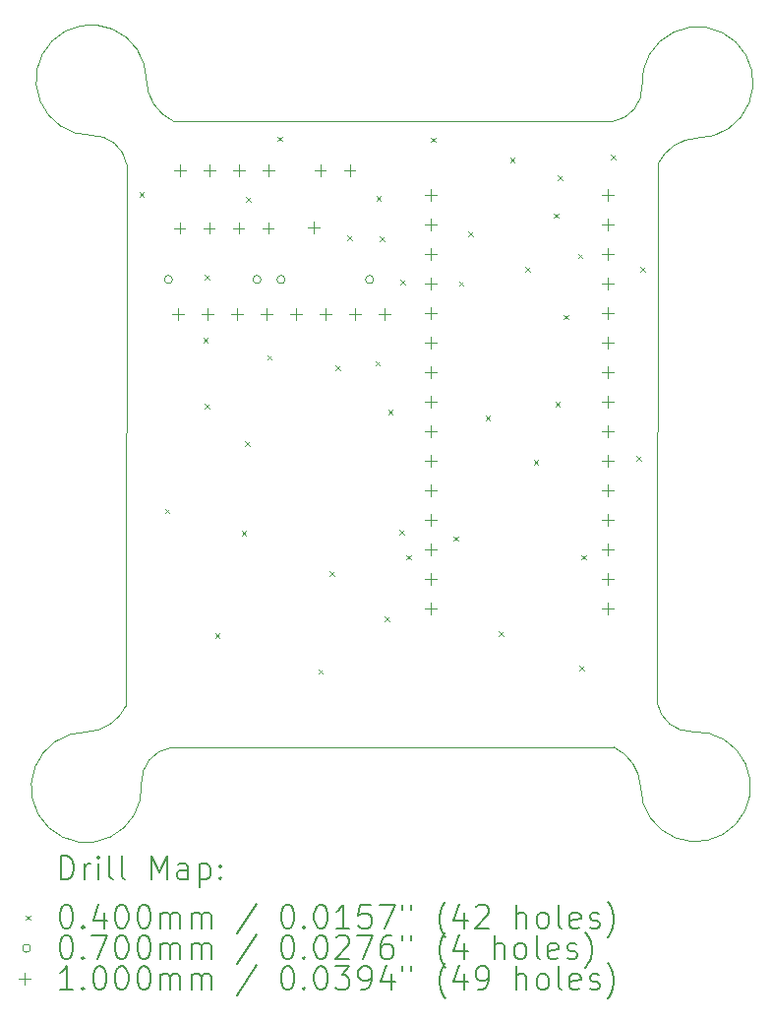
<source format=gbr>
%TF.GenerationSoftware,KiCad,Pcbnew,7.0.7*%
%TF.CreationDate,2023-10-16T17:54:21+02:00*%
%TF.ProjectId,arduino-nano-drone,61726475-696e-46f2-9d6e-616e6f2d6472,0*%
%TF.SameCoordinates,Original*%
%TF.FileFunction,Drillmap*%
%TF.FilePolarity,Positive*%
%FSLAX45Y45*%
G04 Gerber Fmt 4.5, Leading zero omitted, Abs format (unit mm)*
G04 Created by KiCad (PCBNEW 7.0.7) date 2023-10-16 17:54:21*
%MOMM*%
%LPD*%
G01*
G04 APERTURE LIST*
%ADD10C,0.100000*%
%ADD11C,0.200000*%
%ADD12C,0.040000*%
%ADD13C,0.070000*%
G04 APERTURE END LIST*
D10*
X9430531Y-4189910D02*
G75*
G03*
X9125000Y-3940421I-295531J-50090D01*
G01*
X9600421Y-3465000D02*
G75*
G03*
X9125000Y-3940421I-475421J0D01*
G01*
X9829324Y-3816432D02*
X13617917Y-3820944D01*
X9805955Y-9206729D02*
X13625490Y-9202228D01*
X9600421Y-3465000D02*
G75*
G03*
X9829324Y-3816432I399579J10000D01*
G01*
X9425676Y-8844798D02*
X9430531Y-4189910D01*
X14345000Y-3963561D02*
G75*
G03*
X13867406Y-3515413I0J478561D01*
G01*
X13855345Y-9541188D02*
G75*
G03*
X13625490Y-9202228I-401725J-25002D01*
G01*
X9083620Y-9070769D02*
G75*
G03*
X9425676Y-8844798I-15000J394579D01*
G01*
X13997675Y-8819105D02*
G75*
G03*
X14303207Y-9068594I295535J50095D01*
G01*
X13617916Y-3820938D02*
G75*
G03*
X13867406Y-3515413I-50086J295528D01*
G01*
X9805956Y-9206731D02*
G75*
G03*
X9557712Y-9510663I49834J-294049D01*
G01*
X14345000Y-3963562D02*
G75*
G03*
X14002031Y-4190959I16430J-397118D01*
G01*
X13855343Y-9541188D02*
G75*
G03*
X14303207Y-9068594I473277J0D01*
G01*
X13997676Y-8819105D02*
X14002031Y-4190959D01*
X9083620Y-9070769D02*
G75*
G03*
X9557712Y-9510663I0J-475421D01*
G01*
D11*
D12*
X9540000Y-4430000D02*
X9580000Y-4470000D01*
X9580000Y-4430000D02*
X9540000Y-4470000D01*
X9760000Y-7150000D02*
X9800000Y-7190000D01*
X9800000Y-7150000D02*
X9760000Y-7190000D01*
X10090000Y-5680000D02*
X10130000Y-5720000D01*
X10130000Y-5680000D02*
X10090000Y-5720000D01*
X10100000Y-5140000D02*
X10140000Y-5180000D01*
X10140000Y-5140000D02*
X10100000Y-5180000D01*
X10100000Y-6250000D02*
X10140000Y-6290000D01*
X10140000Y-6250000D02*
X10100000Y-6290000D01*
X10190000Y-8220000D02*
X10230000Y-8260000D01*
X10230000Y-8220000D02*
X10190000Y-8260000D01*
X10420000Y-7340000D02*
X10460000Y-7380000D01*
X10460000Y-7340000D02*
X10420000Y-7380000D01*
X10450000Y-6570000D02*
X10490000Y-6610000D01*
X10490000Y-6570000D02*
X10450000Y-6610000D01*
X10460000Y-4470000D02*
X10500000Y-4510000D01*
X10500000Y-4470000D02*
X10460000Y-4510000D01*
X10640000Y-5830000D02*
X10680000Y-5870000D01*
X10680000Y-5830000D02*
X10640000Y-5870000D01*
X10730000Y-3950000D02*
X10770000Y-3990000D01*
X10770000Y-3950000D02*
X10730000Y-3990000D01*
X11080000Y-8530000D02*
X11120000Y-8570000D01*
X11120000Y-8530000D02*
X11080000Y-8570000D01*
X11180000Y-7690000D02*
X11220000Y-7730000D01*
X11220000Y-7690000D02*
X11180000Y-7730000D01*
X11230000Y-5920000D02*
X11270000Y-5960000D01*
X11270000Y-5920000D02*
X11230000Y-5960000D01*
X11330000Y-4800000D02*
X11370000Y-4840000D01*
X11370000Y-4800000D02*
X11330000Y-4840000D01*
X11570000Y-5880000D02*
X11610000Y-5920000D01*
X11610000Y-5880000D02*
X11570000Y-5920000D01*
X11580000Y-4460000D02*
X11620000Y-4500000D01*
X11620000Y-4460000D02*
X11580000Y-4500000D01*
X11610000Y-4810000D02*
X11650000Y-4850000D01*
X11650000Y-4810000D02*
X11610000Y-4850000D01*
X11650000Y-8080000D02*
X11690000Y-8120000D01*
X11690000Y-8080000D02*
X11650000Y-8120000D01*
X11680000Y-6300000D02*
X11720000Y-6340000D01*
X11720000Y-6300000D02*
X11680000Y-6340000D01*
X11780000Y-7330000D02*
X11820000Y-7370000D01*
X11820000Y-7330000D02*
X11780000Y-7370000D01*
X11790000Y-5180000D02*
X11830000Y-5220000D01*
X11830000Y-5180000D02*
X11790000Y-5220000D01*
X11840000Y-7550000D02*
X11880000Y-7590000D01*
X11880000Y-7550000D02*
X11840000Y-7590000D01*
X12050000Y-3960000D02*
X12090000Y-4000000D01*
X12090000Y-3960000D02*
X12050000Y-4000000D01*
X12246000Y-7387000D02*
X12286000Y-7427000D01*
X12286000Y-7387000D02*
X12246000Y-7427000D01*
X12290000Y-5195450D02*
X12330000Y-5235450D01*
X12330000Y-5195450D02*
X12290000Y-5235450D01*
X12370000Y-4770000D02*
X12410000Y-4810000D01*
X12410000Y-4770000D02*
X12370000Y-4810000D01*
X12520000Y-6350000D02*
X12560000Y-6390000D01*
X12560000Y-6350000D02*
X12520000Y-6390000D01*
X12635000Y-8205000D02*
X12675000Y-8245000D01*
X12675000Y-8205000D02*
X12635000Y-8245000D01*
X12730000Y-4130000D02*
X12770000Y-4170000D01*
X12770000Y-4130000D02*
X12730000Y-4170000D01*
X12860000Y-5070000D02*
X12900000Y-5110000D01*
X12900000Y-5070000D02*
X12860000Y-5110000D01*
X12935000Y-6730000D02*
X12975000Y-6770000D01*
X12975000Y-6730000D02*
X12935000Y-6770000D01*
X13110000Y-4610000D02*
X13150000Y-4650000D01*
X13150000Y-4610000D02*
X13110000Y-4650000D01*
X13121000Y-6232000D02*
X13161000Y-6272000D01*
X13161000Y-6232000D02*
X13121000Y-6272000D01*
X13141000Y-4282000D02*
X13181000Y-4322000D01*
X13181000Y-4282000D02*
X13141000Y-4322000D01*
X13191000Y-5482000D02*
X13231000Y-5522000D01*
X13231000Y-5482000D02*
X13191000Y-5522000D01*
X13316000Y-4957000D02*
X13356000Y-4997000D01*
X13356000Y-4957000D02*
X13316000Y-4997000D01*
X13325000Y-8500000D02*
X13365000Y-8540000D01*
X13365000Y-8500000D02*
X13325000Y-8540000D01*
X13345000Y-7550000D02*
X13385000Y-7590000D01*
X13385000Y-7550000D02*
X13345000Y-7590000D01*
X13600000Y-4110000D02*
X13640000Y-4150000D01*
X13640000Y-4110000D02*
X13600000Y-4150000D01*
X13820000Y-6700000D02*
X13860000Y-6740000D01*
X13860000Y-6700000D02*
X13820000Y-6740000D01*
X13850000Y-5070000D02*
X13890000Y-5110000D01*
X13890000Y-5070000D02*
X13850000Y-5110000D01*
D13*
X9825000Y-5180000D02*
G75*
G03*
X9825000Y-5180000I-35000J0D01*
G01*
X10587000Y-5180000D02*
G75*
G03*
X10587000Y-5180000I-35000J0D01*
G01*
X10795000Y-5180000D02*
G75*
G03*
X10795000Y-5180000I-35000J0D01*
G01*
X11557000Y-5180000D02*
G75*
G03*
X11557000Y-5180000I-35000J0D01*
G01*
D10*
X9870000Y-5430000D02*
X9870000Y-5530000D01*
X9820000Y-5480000D02*
X9920000Y-5480000D01*
X9885500Y-4687000D02*
X9885500Y-4787000D01*
X9835500Y-4737000D02*
X9935500Y-4737000D01*
X9890000Y-4190000D02*
X9890000Y-4290000D01*
X9840000Y-4240000D02*
X9940000Y-4240000D01*
X10124000Y-5430000D02*
X10124000Y-5530000D01*
X10074000Y-5480000D02*
X10174000Y-5480000D01*
X10139500Y-4687000D02*
X10139500Y-4787000D01*
X10089500Y-4737000D02*
X10189500Y-4737000D01*
X10144000Y-4190000D02*
X10144000Y-4290000D01*
X10094000Y-4240000D02*
X10194000Y-4240000D01*
X10378000Y-5430000D02*
X10378000Y-5530000D01*
X10328000Y-5480000D02*
X10428000Y-5480000D01*
X10393500Y-4687000D02*
X10393500Y-4787000D01*
X10343500Y-4737000D02*
X10443500Y-4737000D01*
X10398000Y-4190000D02*
X10398000Y-4290000D01*
X10348000Y-4240000D02*
X10448000Y-4240000D01*
X10632000Y-5430000D02*
X10632000Y-5530000D01*
X10582000Y-5480000D02*
X10682000Y-5480000D01*
X10647500Y-4687000D02*
X10647500Y-4787000D01*
X10597500Y-4737000D02*
X10697500Y-4737000D01*
X10652000Y-4190000D02*
X10652000Y-4290000D01*
X10602000Y-4240000D02*
X10702000Y-4240000D01*
X10886000Y-5430000D02*
X10886000Y-5530000D01*
X10836000Y-5480000D02*
X10936000Y-5480000D01*
X11043500Y-4682000D02*
X11043500Y-4782000D01*
X10993500Y-4732000D02*
X11093500Y-4732000D01*
X11096000Y-4190000D02*
X11096000Y-4290000D01*
X11046000Y-4240000D02*
X11146000Y-4240000D01*
X11140000Y-5430000D02*
X11140000Y-5530000D01*
X11090000Y-5480000D02*
X11190000Y-5480000D01*
X11350000Y-4190000D02*
X11350000Y-4290000D01*
X11300000Y-4240000D02*
X11400000Y-4240000D01*
X11394000Y-5430000D02*
X11394000Y-5530000D01*
X11344000Y-5480000D02*
X11444000Y-5480000D01*
X11648000Y-5430000D02*
X11648000Y-5530000D01*
X11598000Y-5480000D02*
X11698000Y-5480000D01*
X12046000Y-4402000D02*
X12046000Y-4502000D01*
X11996000Y-4452000D02*
X12096000Y-4452000D01*
X12046000Y-4656000D02*
X12046000Y-4756000D01*
X11996000Y-4706000D02*
X12096000Y-4706000D01*
X12046000Y-4910000D02*
X12046000Y-5010000D01*
X11996000Y-4960000D02*
X12096000Y-4960000D01*
X12046000Y-5164000D02*
X12046000Y-5264000D01*
X11996000Y-5214000D02*
X12096000Y-5214000D01*
X12046000Y-5418000D02*
X12046000Y-5518000D01*
X11996000Y-5468000D02*
X12096000Y-5468000D01*
X12046000Y-5672000D02*
X12046000Y-5772000D01*
X11996000Y-5722000D02*
X12096000Y-5722000D01*
X12046000Y-5926000D02*
X12046000Y-6026000D01*
X11996000Y-5976000D02*
X12096000Y-5976000D01*
X12046000Y-6180000D02*
X12046000Y-6280000D01*
X11996000Y-6230000D02*
X12096000Y-6230000D01*
X12046000Y-6434000D02*
X12046000Y-6534000D01*
X11996000Y-6484000D02*
X12096000Y-6484000D01*
X12046000Y-6688000D02*
X12046000Y-6788000D01*
X11996000Y-6738000D02*
X12096000Y-6738000D01*
X12046000Y-6942000D02*
X12046000Y-7042000D01*
X11996000Y-6992000D02*
X12096000Y-6992000D01*
X12046000Y-7196000D02*
X12046000Y-7296000D01*
X11996000Y-7246000D02*
X12096000Y-7246000D01*
X12046000Y-7450000D02*
X12046000Y-7550000D01*
X11996000Y-7500000D02*
X12096000Y-7500000D01*
X12046000Y-7704000D02*
X12046000Y-7804000D01*
X11996000Y-7754000D02*
X12096000Y-7754000D01*
X12046000Y-7958000D02*
X12046000Y-8058000D01*
X11996000Y-8008000D02*
X12096000Y-8008000D01*
X13570000Y-4402000D02*
X13570000Y-4502000D01*
X13520000Y-4452000D02*
X13620000Y-4452000D01*
X13570000Y-4656000D02*
X13570000Y-4756000D01*
X13520000Y-4706000D02*
X13620000Y-4706000D01*
X13570000Y-4910000D02*
X13570000Y-5010000D01*
X13520000Y-4960000D02*
X13620000Y-4960000D01*
X13570000Y-5164000D02*
X13570000Y-5264000D01*
X13520000Y-5214000D02*
X13620000Y-5214000D01*
X13570000Y-5418000D02*
X13570000Y-5518000D01*
X13520000Y-5468000D02*
X13620000Y-5468000D01*
X13570000Y-5672000D02*
X13570000Y-5772000D01*
X13520000Y-5722000D02*
X13620000Y-5722000D01*
X13570000Y-5926000D02*
X13570000Y-6026000D01*
X13520000Y-5976000D02*
X13620000Y-5976000D01*
X13570000Y-6180000D02*
X13570000Y-6280000D01*
X13520000Y-6230000D02*
X13620000Y-6230000D01*
X13570000Y-6434000D02*
X13570000Y-6534000D01*
X13520000Y-6484000D02*
X13620000Y-6484000D01*
X13570000Y-6688000D02*
X13570000Y-6788000D01*
X13520000Y-6738000D02*
X13620000Y-6738000D01*
X13570000Y-6942000D02*
X13570000Y-7042000D01*
X13520000Y-6992000D02*
X13620000Y-6992000D01*
X13570000Y-7196000D02*
X13570000Y-7296000D01*
X13520000Y-7246000D02*
X13620000Y-7246000D01*
X13570000Y-7450000D02*
X13570000Y-7550000D01*
X13520000Y-7500000D02*
X13620000Y-7500000D01*
X13570000Y-7704000D02*
X13570000Y-7804000D01*
X13520000Y-7754000D02*
X13620000Y-7754000D01*
X13570000Y-7958000D02*
X13570000Y-8058000D01*
X13520000Y-8008000D02*
X13620000Y-8008000D01*
D11*
X8863976Y-10338095D02*
X8863976Y-10138095D01*
X8863976Y-10138095D02*
X8911595Y-10138095D01*
X8911595Y-10138095D02*
X8940166Y-10147619D01*
X8940166Y-10147619D02*
X8959214Y-10166666D01*
X8959214Y-10166666D02*
X8968738Y-10185714D01*
X8968738Y-10185714D02*
X8978261Y-10223809D01*
X8978261Y-10223809D02*
X8978261Y-10252381D01*
X8978261Y-10252381D02*
X8968738Y-10290476D01*
X8968738Y-10290476D02*
X8959214Y-10309523D01*
X8959214Y-10309523D02*
X8940166Y-10328571D01*
X8940166Y-10328571D02*
X8911595Y-10338095D01*
X8911595Y-10338095D02*
X8863976Y-10338095D01*
X9063976Y-10338095D02*
X9063976Y-10204762D01*
X9063976Y-10242857D02*
X9073500Y-10223809D01*
X9073500Y-10223809D02*
X9083023Y-10214285D01*
X9083023Y-10214285D02*
X9102071Y-10204762D01*
X9102071Y-10204762D02*
X9121119Y-10204762D01*
X9187785Y-10338095D02*
X9187785Y-10204762D01*
X9187785Y-10138095D02*
X9178261Y-10147619D01*
X9178261Y-10147619D02*
X9187785Y-10157143D01*
X9187785Y-10157143D02*
X9197309Y-10147619D01*
X9197309Y-10147619D02*
X9187785Y-10138095D01*
X9187785Y-10138095D02*
X9187785Y-10157143D01*
X9311595Y-10338095D02*
X9292547Y-10328571D01*
X9292547Y-10328571D02*
X9283023Y-10309523D01*
X9283023Y-10309523D02*
X9283023Y-10138095D01*
X9416357Y-10338095D02*
X9397309Y-10328571D01*
X9397309Y-10328571D02*
X9387785Y-10309523D01*
X9387785Y-10309523D02*
X9387785Y-10138095D01*
X9644928Y-10338095D02*
X9644928Y-10138095D01*
X9644928Y-10138095D02*
X9711595Y-10280952D01*
X9711595Y-10280952D02*
X9778261Y-10138095D01*
X9778261Y-10138095D02*
X9778261Y-10338095D01*
X9959214Y-10338095D02*
X9959214Y-10233333D01*
X9959214Y-10233333D02*
X9949690Y-10214285D01*
X9949690Y-10214285D02*
X9930642Y-10204762D01*
X9930642Y-10204762D02*
X9892547Y-10204762D01*
X9892547Y-10204762D02*
X9873500Y-10214285D01*
X9959214Y-10328571D02*
X9940166Y-10338095D01*
X9940166Y-10338095D02*
X9892547Y-10338095D01*
X9892547Y-10338095D02*
X9873500Y-10328571D01*
X9873500Y-10328571D02*
X9863976Y-10309523D01*
X9863976Y-10309523D02*
X9863976Y-10290476D01*
X9863976Y-10290476D02*
X9873500Y-10271428D01*
X9873500Y-10271428D02*
X9892547Y-10261904D01*
X9892547Y-10261904D02*
X9940166Y-10261904D01*
X9940166Y-10261904D02*
X9959214Y-10252381D01*
X10054452Y-10204762D02*
X10054452Y-10404762D01*
X10054452Y-10214285D02*
X10073500Y-10204762D01*
X10073500Y-10204762D02*
X10111595Y-10204762D01*
X10111595Y-10204762D02*
X10130642Y-10214285D01*
X10130642Y-10214285D02*
X10140166Y-10223809D01*
X10140166Y-10223809D02*
X10149690Y-10242857D01*
X10149690Y-10242857D02*
X10149690Y-10300000D01*
X10149690Y-10300000D02*
X10140166Y-10319047D01*
X10140166Y-10319047D02*
X10130642Y-10328571D01*
X10130642Y-10328571D02*
X10111595Y-10338095D01*
X10111595Y-10338095D02*
X10073500Y-10338095D01*
X10073500Y-10338095D02*
X10054452Y-10328571D01*
X10235404Y-10319047D02*
X10244928Y-10328571D01*
X10244928Y-10328571D02*
X10235404Y-10338095D01*
X10235404Y-10338095D02*
X10225881Y-10328571D01*
X10225881Y-10328571D02*
X10235404Y-10319047D01*
X10235404Y-10319047D02*
X10235404Y-10338095D01*
X10235404Y-10214285D02*
X10244928Y-10223809D01*
X10244928Y-10223809D02*
X10235404Y-10233333D01*
X10235404Y-10233333D02*
X10225881Y-10223809D01*
X10225881Y-10223809D02*
X10235404Y-10214285D01*
X10235404Y-10214285D02*
X10235404Y-10233333D01*
D12*
X8563199Y-10646611D02*
X8603199Y-10686611D01*
X8603199Y-10646611D02*
X8563199Y-10686611D01*
D11*
X8902071Y-10558095D02*
X8921119Y-10558095D01*
X8921119Y-10558095D02*
X8940166Y-10567619D01*
X8940166Y-10567619D02*
X8949690Y-10577143D01*
X8949690Y-10577143D02*
X8959214Y-10596190D01*
X8959214Y-10596190D02*
X8968738Y-10634285D01*
X8968738Y-10634285D02*
X8968738Y-10681904D01*
X8968738Y-10681904D02*
X8959214Y-10720000D01*
X8959214Y-10720000D02*
X8949690Y-10739047D01*
X8949690Y-10739047D02*
X8940166Y-10748571D01*
X8940166Y-10748571D02*
X8921119Y-10758095D01*
X8921119Y-10758095D02*
X8902071Y-10758095D01*
X8902071Y-10758095D02*
X8883023Y-10748571D01*
X8883023Y-10748571D02*
X8873500Y-10739047D01*
X8873500Y-10739047D02*
X8863976Y-10720000D01*
X8863976Y-10720000D02*
X8854452Y-10681904D01*
X8854452Y-10681904D02*
X8854452Y-10634285D01*
X8854452Y-10634285D02*
X8863976Y-10596190D01*
X8863976Y-10596190D02*
X8873500Y-10577143D01*
X8873500Y-10577143D02*
X8883023Y-10567619D01*
X8883023Y-10567619D02*
X8902071Y-10558095D01*
X9054452Y-10739047D02*
X9063976Y-10748571D01*
X9063976Y-10748571D02*
X9054452Y-10758095D01*
X9054452Y-10758095D02*
X9044928Y-10748571D01*
X9044928Y-10748571D02*
X9054452Y-10739047D01*
X9054452Y-10739047D02*
X9054452Y-10758095D01*
X9235404Y-10624762D02*
X9235404Y-10758095D01*
X9187785Y-10548571D02*
X9140166Y-10691428D01*
X9140166Y-10691428D02*
X9263976Y-10691428D01*
X9378261Y-10558095D02*
X9397309Y-10558095D01*
X9397309Y-10558095D02*
X9416357Y-10567619D01*
X9416357Y-10567619D02*
X9425881Y-10577143D01*
X9425881Y-10577143D02*
X9435404Y-10596190D01*
X9435404Y-10596190D02*
X9444928Y-10634285D01*
X9444928Y-10634285D02*
X9444928Y-10681904D01*
X9444928Y-10681904D02*
X9435404Y-10720000D01*
X9435404Y-10720000D02*
X9425881Y-10739047D01*
X9425881Y-10739047D02*
X9416357Y-10748571D01*
X9416357Y-10748571D02*
X9397309Y-10758095D01*
X9397309Y-10758095D02*
X9378261Y-10758095D01*
X9378261Y-10758095D02*
X9359214Y-10748571D01*
X9359214Y-10748571D02*
X9349690Y-10739047D01*
X9349690Y-10739047D02*
X9340166Y-10720000D01*
X9340166Y-10720000D02*
X9330642Y-10681904D01*
X9330642Y-10681904D02*
X9330642Y-10634285D01*
X9330642Y-10634285D02*
X9340166Y-10596190D01*
X9340166Y-10596190D02*
X9349690Y-10577143D01*
X9349690Y-10577143D02*
X9359214Y-10567619D01*
X9359214Y-10567619D02*
X9378261Y-10558095D01*
X9568738Y-10558095D02*
X9587785Y-10558095D01*
X9587785Y-10558095D02*
X9606833Y-10567619D01*
X9606833Y-10567619D02*
X9616357Y-10577143D01*
X9616357Y-10577143D02*
X9625881Y-10596190D01*
X9625881Y-10596190D02*
X9635404Y-10634285D01*
X9635404Y-10634285D02*
X9635404Y-10681904D01*
X9635404Y-10681904D02*
X9625881Y-10720000D01*
X9625881Y-10720000D02*
X9616357Y-10739047D01*
X9616357Y-10739047D02*
X9606833Y-10748571D01*
X9606833Y-10748571D02*
X9587785Y-10758095D01*
X9587785Y-10758095D02*
X9568738Y-10758095D01*
X9568738Y-10758095D02*
X9549690Y-10748571D01*
X9549690Y-10748571D02*
X9540166Y-10739047D01*
X9540166Y-10739047D02*
X9530642Y-10720000D01*
X9530642Y-10720000D02*
X9521119Y-10681904D01*
X9521119Y-10681904D02*
X9521119Y-10634285D01*
X9521119Y-10634285D02*
X9530642Y-10596190D01*
X9530642Y-10596190D02*
X9540166Y-10577143D01*
X9540166Y-10577143D02*
X9549690Y-10567619D01*
X9549690Y-10567619D02*
X9568738Y-10558095D01*
X9721119Y-10758095D02*
X9721119Y-10624762D01*
X9721119Y-10643809D02*
X9730642Y-10634285D01*
X9730642Y-10634285D02*
X9749690Y-10624762D01*
X9749690Y-10624762D02*
X9778262Y-10624762D01*
X9778262Y-10624762D02*
X9797309Y-10634285D01*
X9797309Y-10634285D02*
X9806833Y-10653333D01*
X9806833Y-10653333D02*
X9806833Y-10758095D01*
X9806833Y-10653333D02*
X9816357Y-10634285D01*
X9816357Y-10634285D02*
X9835404Y-10624762D01*
X9835404Y-10624762D02*
X9863976Y-10624762D01*
X9863976Y-10624762D02*
X9883023Y-10634285D01*
X9883023Y-10634285D02*
X9892547Y-10653333D01*
X9892547Y-10653333D02*
X9892547Y-10758095D01*
X9987785Y-10758095D02*
X9987785Y-10624762D01*
X9987785Y-10643809D02*
X9997309Y-10634285D01*
X9997309Y-10634285D02*
X10016357Y-10624762D01*
X10016357Y-10624762D02*
X10044928Y-10624762D01*
X10044928Y-10624762D02*
X10063976Y-10634285D01*
X10063976Y-10634285D02*
X10073500Y-10653333D01*
X10073500Y-10653333D02*
X10073500Y-10758095D01*
X10073500Y-10653333D02*
X10083023Y-10634285D01*
X10083023Y-10634285D02*
X10102071Y-10624762D01*
X10102071Y-10624762D02*
X10130642Y-10624762D01*
X10130642Y-10624762D02*
X10149690Y-10634285D01*
X10149690Y-10634285D02*
X10159214Y-10653333D01*
X10159214Y-10653333D02*
X10159214Y-10758095D01*
X10549690Y-10548571D02*
X10378262Y-10805714D01*
X10806833Y-10558095D02*
X10825881Y-10558095D01*
X10825881Y-10558095D02*
X10844928Y-10567619D01*
X10844928Y-10567619D02*
X10854452Y-10577143D01*
X10854452Y-10577143D02*
X10863976Y-10596190D01*
X10863976Y-10596190D02*
X10873500Y-10634285D01*
X10873500Y-10634285D02*
X10873500Y-10681904D01*
X10873500Y-10681904D02*
X10863976Y-10720000D01*
X10863976Y-10720000D02*
X10854452Y-10739047D01*
X10854452Y-10739047D02*
X10844928Y-10748571D01*
X10844928Y-10748571D02*
X10825881Y-10758095D01*
X10825881Y-10758095D02*
X10806833Y-10758095D01*
X10806833Y-10758095D02*
X10787785Y-10748571D01*
X10787785Y-10748571D02*
X10778262Y-10739047D01*
X10778262Y-10739047D02*
X10768738Y-10720000D01*
X10768738Y-10720000D02*
X10759214Y-10681904D01*
X10759214Y-10681904D02*
X10759214Y-10634285D01*
X10759214Y-10634285D02*
X10768738Y-10596190D01*
X10768738Y-10596190D02*
X10778262Y-10577143D01*
X10778262Y-10577143D02*
X10787785Y-10567619D01*
X10787785Y-10567619D02*
X10806833Y-10558095D01*
X10959214Y-10739047D02*
X10968738Y-10748571D01*
X10968738Y-10748571D02*
X10959214Y-10758095D01*
X10959214Y-10758095D02*
X10949690Y-10748571D01*
X10949690Y-10748571D02*
X10959214Y-10739047D01*
X10959214Y-10739047D02*
X10959214Y-10758095D01*
X11092547Y-10558095D02*
X11111595Y-10558095D01*
X11111595Y-10558095D02*
X11130643Y-10567619D01*
X11130643Y-10567619D02*
X11140166Y-10577143D01*
X11140166Y-10577143D02*
X11149690Y-10596190D01*
X11149690Y-10596190D02*
X11159214Y-10634285D01*
X11159214Y-10634285D02*
X11159214Y-10681904D01*
X11159214Y-10681904D02*
X11149690Y-10720000D01*
X11149690Y-10720000D02*
X11140166Y-10739047D01*
X11140166Y-10739047D02*
X11130643Y-10748571D01*
X11130643Y-10748571D02*
X11111595Y-10758095D01*
X11111595Y-10758095D02*
X11092547Y-10758095D01*
X11092547Y-10758095D02*
X11073500Y-10748571D01*
X11073500Y-10748571D02*
X11063976Y-10739047D01*
X11063976Y-10739047D02*
X11054452Y-10720000D01*
X11054452Y-10720000D02*
X11044928Y-10681904D01*
X11044928Y-10681904D02*
X11044928Y-10634285D01*
X11044928Y-10634285D02*
X11054452Y-10596190D01*
X11054452Y-10596190D02*
X11063976Y-10577143D01*
X11063976Y-10577143D02*
X11073500Y-10567619D01*
X11073500Y-10567619D02*
X11092547Y-10558095D01*
X11349690Y-10758095D02*
X11235404Y-10758095D01*
X11292547Y-10758095D02*
X11292547Y-10558095D01*
X11292547Y-10558095D02*
X11273500Y-10586666D01*
X11273500Y-10586666D02*
X11254452Y-10605714D01*
X11254452Y-10605714D02*
X11235404Y-10615238D01*
X11530643Y-10558095D02*
X11435404Y-10558095D01*
X11435404Y-10558095D02*
X11425881Y-10653333D01*
X11425881Y-10653333D02*
X11435404Y-10643809D01*
X11435404Y-10643809D02*
X11454452Y-10634285D01*
X11454452Y-10634285D02*
X11502071Y-10634285D01*
X11502071Y-10634285D02*
X11521119Y-10643809D01*
X11521119Y-10643809D02*
X11530643Y-10653333D01*
X11530643Y-10653333D02*
X11540166Y-10672381D01*
X11540166Y-10672381D02*
X11540166Y-10720000D01*
X11540166Y-10720000D02*
X11530643Y-10739047D01*
X11530643Y-10739047D02*
X11521119Y-10748571D01*
X11521119Y-10748571D02*
X11502071Y-10758095D01*
X11502071Y-10758095D02*
X11454452Y-10758095D01*
X11454452Y-10758095D02*
X11435404Y-10748571D01*
X11435404Y-10748571D02*
X11425881Y-10739047D01*
X11606833Y-10558095D02*
X11740166Y-10558095D01*
X11740166Y-10558095D02*
X11654452Y-10758095D01*
X11806833Y-10558095D02*
X11806833Y-10596190D01*
X11883024Y-10558095D02*
X11883024Y-10596190D01*
X12178262Y-10834285D02*
X12168738Y-10824762D01*
X12168738Y-10824762D02*
X12149690Y-10796190D01*
X12149690Y-10796190D02*
X12140166Y-10777143D01*
X12140166Y-10777143D02*
X12130643Y-10748571D01*
X12130643Y-10748571D02*
X12121119Y-10700952D01*
X12121119Y-10700952D02*
X12121119Y-10662857D01*
X12121119Y-10662857D02*
X12130643Y-10615238D01*
X12130643Y-10615238D02*
X12140166Y-10586666D01*
X12140166Y-10586666D02*
X12149690Y-10567619D01*
X12149690Y-10567619D02*
X12168738Y-10539047D01*
X12168738Y-10539047D02*
X12178262Y-10529523D01*
X12340166Y-10624762D02*
X12340166Y-10758095D01*
X12292547Y-10548571D02*
X12244928Y-10691428D01*
X12244928Y-10691428D02*
X12368738Y-10691428D01*
X12435405Y-10577143D02*
X12444928Y-10567619D01*
X12444928Y-10567619D02*
X12463976Y-10558095D01*
X12463976Y-10558095D02*
X12511595Y-10558095D01*
X12511595Y-10558095D02*
X12530643Y-10567619D01*
X12530643Y-10567619D02*
X12540166Y-10577143D01*
X12540166Y-10577143D02*
X12549690Y-10596190D01*
X12549690Y-10596190D02*
X12549690Y-10615238D01*
X12549690Y-10615238D02*
X12540166Y-10643809D01*
X12540166Y-10643809D02*
X12425881Y-10758095D01*
X12425881Y-10758095D02*
X12549690Y-10758095D01*
X12787786Y-10758095D02*
X12787786Y-10558095D01*
X12873500Y-10758095D02*
X12873500Y-10653333D01*
X12873500Y-10653333D02*
X12863976Y-10634285D01*
X12863976Y-10634285D02*
X12844928Y-10624762D01*
X12844928Y-10624762D02*
X12816357Y-10624762D01*
X12816357Y-10624762D02*
X12797309Y-10634285D01*
X12797309Y-10634285D02*
X12787786Y-10643809D01*
X12997309Y-10758095D02*
X12978262Y-10748571D01*
X12978262Y-10748571D02*
X12968738Y-10739047D01*
X12968738Y-10739047D02*
X12959214Y-10720000D01*
X12959214Y-10720000D02*
X12959214Y-10662857D01*
X12959214Y-10662857D02*
X12968738Y-10643809D01*
X12968738Y-10643809D02*
X12978262Y-10634285D01*
X12978262Y-10634285D02*
X12997309Y-10624762D01*
X12997309Y-10624762D02*
X13025881Y-10624762D01*
X13025881Y-10624762D02*
X13044928Y-10634285D01*
X13044928Y-10634285D02*
X13054452Y-10643809D01*
X13054452Y-10643809D02*
X13063976Y-10662857D01*
X13063976Y-10662857D02*
X13063976Y-10720000D01*
X13063976Y-10720000D02*
X13054452Y-10739047D01*
X13054452Y-10739047D02*
X13044928Y-10748571D01*
X13044928Y-10748571D02*
X13025881Y-10758095D01*
X13025881Y-10758095D02*
X12997309Y-10758095D01*
X13178262Y-10758095D02*
X13159214Y-10748571D01*
X13159214Y-10748571D02*
X13149690Y-10729523D01*
X13149690Y-10729523D02*
X13149690Y-10558095D01*
X13330643Y-10748571D02*
X13311595Y-10758095D01*
X13311595Y-10758095D02*
X13273500Y-10758095D01*
X13273500Y-10758095D02*
X13254452Y-10748571D01*
X13254452Y-10748571D02*
X13244928Y-10729523D01*
X13244928Y-10729523D02*
X13244928Y-10653333D01*
X13244928Y-10653333D02*
X13254452Y-10634285D01*
X13254452Y-10634285D02*
X13273500Y-10624762D01*
X13273500Y-10624762D02*
X13311595Y-10624762D01*
X13311595Y-10624762D02*
X13330643Y-10634285D01*
X13330643Y-10634285D02*
X13340167Y-10653333D01*
X13340167Y-10653333D02*
X13340167Y-10672381D01*
X13340167Y-10672381D02*
X13244928Y-10691428D01*
X13416357Y-10748571D02*
X13435405Y-10758095D01*
X13435405Y-10758095D02*
X13473500Y-10758095D01*
X13473500Y-10758095D02*
X13492548Y-10748571D01*
X13492548Y-10748571D02*
X13502071Y-10729523D01*
X13502071Y-10729523D02*
X13502071Y-10720000D01*
X13502071Y-10720000D02*
X13492548Y-10700952D01*
X13492548Y-10700952D02*
X13473500Y-10691428D01*
X13473500Y-10691428D02*
X13444928Y-10691428D01*
X13444928Y-10691428D02*
X13425881Y-10681904D01*
X13425881Y-10681904D02*
X13416357Y-10662857D01*
X13416357Y-10662857D02*
X13416357Y-10653333D01*
X13416357Y-10653333D02*
X13425881Y-10634285D01*
X13425881Y-10634285D02*
X13444928Y-10624762D01*
X13444928Y-10624762D02*
X13473500Y-10624762D01*
X13473500Y-10624762D02*
X13492548Y-10634285D01*
X13568738Y-10834285D02*
X13578262Y-10824762D01*
X13578262Y-10824762D02*
X13597309Y-10796190D01*
X13597309Y-10796190D02*
X13606833Y-10777143D01*
X13606833Y-10777143D02*
X13616357Y-10748571D01*
X13616357Y-10748571D02*
X13625881Y-10700952D01*
X13625881Y-10700952D02*
X13625881Y-10662857D01*
X13625881Y-10662857D02*
X13616357Y-10615238D01*
X13616357Y-10615238D02*
X13606833Y-10586666D01*
X13606833Y-10586666D02*
X13597309Y-10567619D01*
X13597309Y-10567619D02*
X13578262Y-10539047D01*
X13578262Y-10539047D02*
X13568738Y-10529523D01*
D13*
X8603199Y-10930611D02*
G75*
G03*
X8603199Y-10930611I-35000J0D01*
G01*
D11*
X8902071Y-10822095D02*
X8921119Y-10822095D01*
X8921119Y-10822095D02*
X8940166Y-10831619D01*
X8940166Y-10831619D02*
X8949690Y-10841143D01*
X8949690Y-10841143D02*
X8959214Y-10860190D01*
X8959214Y-10860190D02*
X8968738Y-10898285D01*
X8968738Y-10898285D02*
X8968738Y-10945904D01*
X8968738Y-10945904D02*
X8959214Y-10984000D01*
X8959214Y-10984000D02*
X8949690Y-11003047D01*
X8949690Y-11003047D02*
X8940166Y-11012571D01*
X8940166Y-11012571D02*
X8921119Y-11022095D01*
X8921119Y-11022095D02*
X8902071Y-11022095D01*
X8902071Y-11022095D02*
X8883023Y-11012571D01*
X8883023Y-11012571D02*
X8873500Y-11003047D01*
X8873500Y-11003047D02*
X8863976Y-10984000D01*
X8863976Y-10984000D02*
X8854452Y-10945904D01*
X8854452Y-10945904D02*
X8854452Y-10898285D01*
X8854452Y-10898285D02*
X8863976Y-10860190D01*
X8863976Y-10860190D02*
X8873500Y-10841143D01*
X8873500Y-10841143D02*
X8883023Y-10831619D01*
X8883023Y-10831619D02*
X8902071Y-10822095D01*
X9054452Y-11003047D02*
X9063976Y-11012571D01*
X9063976Y-11012571D02*
X9054452Y-11022095D01*
X9054452Y-11022095D02*
X9044928Y-11012571D01*
X9044928Y-11012571D02*
X9054452Y-11003047D01*
X9054452Y-11003047D02*
X9054452Y-11022095D01*
X9130642Y-10822095D02*
X9263976Y-10822095D01*
X9263976Y-10822095D02*
X9178261Y-11022095D01*
X9378261Y-10822095D02*
X9397309Y-10822095D01*
X9397309Y-10822095D02*
X9416357Y-10831619D01*
X9416357Y-10831619D02*
X9425881Y-10841143D01*
X9425881Y-10841143D02*
X9435404Y-10860190D01*
X9435404Y-10860190D02*
X9444928Y-10898285D01*
X9444928Y-10898285D02*
X9444928Y-10945904D01*
X9444928Y-10945904D02*
X9435404Y-10984000D01*
X9435404Y-10984000D02*
X9425881Y-11003047D01*
X9425881Y-11003047D02*
X9416357Y-11012571D01*
X9416357Y-11012571D02*
X9397309Y-11022095D01*
X9397309Y-11022095D02*
X9378261Y-11022095D01*
X9378261Y-11022095D02*
X9359214Y-11012571D01*
X9359214Y-11012571D02*
X9349690Y-11003047D01*
X9349690Y-11003047D02*
X9340166Y-10984000D01*
X9340166Y-10984000D02*
X9330642Y-10945904D01*
X9330642Y-10945904D02*
X9330642Y-10898285D01*
X9330642Y-10898285D02*
X9340166Y-10860190D01*
X9340166Y-10860190D02*
X9349690Y-10841143D01*
X9349690Y-10841143D02*
X9359214Y-10831619D01*
X9359214Y-10831619D02*
X9378261Y-10822095D01*
X9568738Y-10822095D02*
X9587785Y-10822095D01*
X9587785Y-10822095D02*
X9606833Y-10831619D01*
X9606833Y-10831619D02*
X9616357Y-10841143D01*
X9616357Y-10841143D02*
X9625881Y-10860190D01*
X9625881Y-10860190D02*
X9635404Y-10898285D01*
X9635404Y-10898285D02*
X9635404Y-10945904D01*
X9635404Y-10945904D02*
X9625881Y-10984000D01*
X9625881Y-10984000D02*
X9616357Y-11003047D01*
X9616357Y-11003047D02*
X9606833Y-11012571D01*
X9606833Y-11012571D02*
X9587785Y-11022095D01*
X9587785Y-11022095D02*
X9568738Y-11022095D01*
X9568738Y-11022095D02*
X9549690Y-11012571D01*
X9549690Y-11012571D02*
X9540166Y-11003047D01*
X9540166Y-11003047D02*
X9530642Y-10984000D01*
X9530642Y-10984000D02*
X9521119Y-10945904D01*
X9521119Y-10945904D02*
X9521119Y-10898285D01*
X9521119Y-10898285D02*
X9530642Y-10860190D01*
X9530642Y-10860190D02*
X9540166Y-10841143D01*
X9540166Y-10841143D02*
X9549690Y-10831619D01*
X9549690Y-10831619D02*
X9568738Y-10822095D01*
X9721119Y-11022095D02*
X9721119Y-10888762D01*
X9721119Y-10907809D02*
X9730642Y-10898285D01*
X9730642Y-10898285D02*
X9749690Y-10888762D01*
X9749690Y-10888762D02*
X9778262Y-10888762D01*
X9778262Y-10888762D02*
X9797309Y-10898285D01*
X9797309Y-10898285D02*
X9806833Y-10917333D01*
X9806833Y-10917333D02*
X9806833Y-11022095D01*
X9806833Y-10917333D02*
X9816357Y-10898285D01*
X9816357Y-10898285D02*
X9835404Y-10888762D01*
X9835404Y-10888762D02*
X9863976Y-10888762D01*
X9863976Y-10888762D02*
X9883023Y-10898285D01*
X9883023Y-10898285D02*
X9892547Y-10917333D01*
X9892547Y-10917333D02*
X9892547Y-11022095D01*
X9987785Y-11022095D02*
X9987785Y-10888762D01*
X9987785Y-10907809D02*
X9997309Y-10898285D01*
X9997309Y-10898285D02*
X10016357Y-10888762D01*
X10016357Y-10888762D02*
X10044928Y-10888762D01*
X10044928Y-10888762D02*
X10063976Y-10898285D01*
X10063976Y-10898285D02*
X10073500Y-10917333D01*
X10073500Y-10917333D02*
X10073500Y-11022095D01*
X10073500Y-10917333D02*
X10083023Y-10898285D01*
X10083023Y-10898285D02*
X10102071Y-10888762D01*
X10102071Y-10888762D02*
X10130642Y-10888762D01*
X10130642Y-10888762D02*
X10149690Y-10898285D01*
X10149690Y-10898285D02*
X10159214Y-10917333D01*
X10159214Y-10917333D02*
X10159214Y-11022095D01*
X10549690Y-10812571D02*
X10378262Y-11069714D01*
X10806833Y-10822095D02*
X10825881Y-10822095D01*
X10825881Y-10822095D02*
X10844928Y-10831619D01*
X10844928Y-10831619D02*
X10854452Y-10841143D01*
X10854452Y-10841143D02*
X10863976Y-10860190D01*
X10863976Y-10860190D02*
X10873500Y-10898285D01*
X10873500Y-10898285D02*
X10873500Y-10945904D01*
X10873500Y-10945904D02*
X10863976Y-10984000D01*
X10863976Y-10984000D02*
X10854452Y-11003047D01*
X10854452Y-11003047D02*
X10844928Y-11012571D01*
X10844928Y-11012571D02*
X10825881Y-11022095D01*
X10825881Y-11022095D02*
X10806833Y-11022095D01*
X10806833Y-11022095D02*
X10787785Y-11012571D01*
X10787785Y-11012571D02*
X10778262Y-11003047D01*
X10778262Y-11003047D02*
X10768738Y-10984000D01*
X10768738Y-10984000D02*
X10759214Y-10945904D01*
X10759214Y-10945904D02*
X10759214Y-10898285D01*
X10759214Y-10898285D02*
X10768738Y-10860190D01*
X10768738Y-10860190D02*
X10778262Y-10841143D01*
X10778262Y-10841143D02*
X10787785Y-10831619D01*
X10787785Y-10831619D02*
X10806833Y-10822095D01*
X10959214Y-11003047D02*
X10968738Y-11012571D01*
X10968738Y-11012571D02*
X10959214Y-11022095D01*
X10959214Y-11022095D02*
X10949690Y-11012571D01*
X10949690Y-11012571D02*
X10959214Y-11003047D01*
X10959214Y-11003047D02*
X10959214Y-11022095D01*
X11092547Y-10822095D02*
X11111595Y-10822095D01*
X11111595Y-10822095D02*
X11130643Y-10831619D01*
X11130643Y-10831619D02*
X11140166Y-10841143D01*
X11140166Y-10841143D02*
X11149690Y-10860190D01*
X11149690Y-10860190D02*
X11159214Y-10898285D01*
X11159214Y-10898285D02*
X11159214Y-10945904D01*
X11159214Y-10945904D02*
X11149690Y-10984000D01*
X11149690Y-10984000D02*
X11140166Y-11003047D01*
X11140166Y-11003047D02*
X11130643Y-11012571D01*
X11130643Y-11012571D02*
X11111595Y-11022095D01*
X11111595Y-11022095D02*
X11092547Y-11022095D01*
X11092547Y-11022095D02*
X11073500Y-11012571D01*
X11073500Y-11012571D02*
X11063976Y-11003047D01*
X11063976Y-11003047D02*
X11054452Y-10984000D01*
X11054452Y-10984000D02*
X11044928Y-10945904D01*
X11044928Y-10945904D02*
X11044928Y-10898285D01*
X11044928Y-10898285D02*
X11054452Y-10860190D01*
X11054452Y-10860190D02*
X11063976Y-10841143D01*
X11063976Y-10841143D02*
X11073500Y-10831619D01*
X11073500Y-10831619D02*
X11092547Y-10822095D01*
X11235404Y-10841143D02*
X11244928Y-10831619D01*
X11244928Y-10831619D02*
X11263976Y-10822095D01*
X11263976Y-10822095D02*
X11311595Y-10822095D01*
X11311595Y-10822095D02*
X11330643Y-10831619D01*
X11330643Y-10831619D02*
X11340166Y-10841143D01*
X11340166Y-10841143D02*
X11349690Y-10860190D01*
X11349690Y-10860190D02*
X11349690Y-10879238D01*
X11349690Y-10879238D02*
X11340166Y-10907809D01*
X11340166Y-10907809D02*
X11225881Y-11022095D01*
X11225881Y-11022095D02*
X11349690Y-11022095D01*
X11416357Y-10822095D02*
X11549690Y-10822095D01*
X11549690Y-10822095D02*
X11463976Y-11022095D01*
X11711595Y-10822095D02*
X11673500Y-10822095D01*
X11673500Y-10822095D02*
X11654452Y-10831619D01*
X11654452Y-10831619D02*
X11644928Y-10841143D01*
X11644928Y-10841143D02*
X11625881Y-10869714D01*
X11625881Y-10869714D02*
X11616357Y-10907809D01*
X11616357Y-10907809D02*
X11616357Y-10984000D01*
X11616357Y-10984000D02*
X11625881Y-11003047D01*
X11625881Y-11003047D02*
X11635404Y-11012571D01*
X11635404Y-11012571D02*
X11654452Y-11022095D01*
X11654452Y-11022095D02*
X11692547Y-11022095D01*
X11692547Y-11022095D02*
X11711595Y-11012571D01*
X11711595Y-11012571D02*
X11721119Y-11003047D01*
X11721119Y-11003047D02*
X11730643Y-10984000D01*
X11730643Y-10984000D02*
X11730643Y-10936381D01*
X11730643Y-10936381D02*
X11721119Y-10917333D01*
X11721119Y-10917333D02*
X11711595Y-10907809D01*
X11711595Y-10907809D02*
X11692547Y-10898285D01*
X11692547Y-10898285D02*
X11654452Y-10898285D01*
X11654452Y-10898285D02*
X11635404Y-10907809D01*
X11635404Y-10907809D02*
X11625881Y-10917333D01*
X11625881Y-10917333D02*
X11616357Y-10936381D01*
X11806833Y-10822095D02*
X11806833Y-10860190D01*
X11883024Y-10822095D02*
X11883024Y-10860190D01*
X12178262Y-11098285D02*
X12168738Y-11088762D01*
X12168738Y-11088762D02*
X12149690Y-11060190D01*
X12149690Y-11060190D02*
X12140166Y-11041143D01*
X12140166Y-11041143D02*
X12130643Y-11012571D01*
X12130643Y-11012571D02*
X12121119Y-10964952D01*
X12121119Y-10964952D02*
X12121119Y-10926857D01*
X12121119Y-10926857D02*
X12130643Y-10879238D01*
X12130643Y-10879238D02*
X12140166Y-10850666D01*
X12140166Y-10850666D02*
X12149690Y-10831619D01*
X12149690Y-10831619D02*
X12168738Y-10803047D01*
X12168738Y-10803047D02*
X12178262Y-10793523D01*
X12340166Y-10888762D02*
X12340166Y-11022095D01*
X12292547Y-10812571D02*
X12244928Y-10955428D01*
X12244928Y-10955428D02*
X12368738Y-10955428D01*
X12597309Y-11022095D02*
X12597309Y-10822095D01*
X12683024Y-11022095D02*
X12683024Y-10917333D01*
X12683024Y-10917333D02*
X12673500Y-10898285D01*
X12673500Y-10898285D02*
X12654452Y-10888762D01*
X12654452Y-10888762D02*
X12625881Y-10888762D01*
X12625881Y-10888762D02*
X12606833Y-10898285D01*
X12606833Y-10898285D02*
X12597309Y-10907809D01*
X12806833Y-11022095D02*
X12787786Y-11012571D01*
X12787786Y-11012571D02*
X12778262Y-11003047D01*
X12778262Y-11003047D02*
X12768738Y-10984000D01*
X12768738Y-10984000D02*
X12768738Y-10926857D01*
X12768738Y-10926857D02*
X12778262Y-10907809D01*
X12778262Y-10907809D02*
X12787786Y-10898285D01*
X12787786Y-10898285D02*
X12806833Y-10888762D01*
X12806833Y-10888762D02*
X12835405Y-10888762D01*
X12835405Y-10888762D02*
X12854452Y-10898285D01*
X12854452Y-10898285D02*
X12863976Y-10907809D01*
X12863976Y-10907809D02*
X12873500Y-10926857D01*
X12873500Y-10926857D02*
X12873500Y-10984000D01*
X12873500Y-10984000D02*
X12863976Y-11003047D01*
X12863976Y-11003047D02*
X12854452Y-11012571D01*
X12854452Y-11012571D02*
X12835405Y-11022095D01*
X12835405Y-11022095D02*
X12806833Y-11022095D01*
X12987786Y-11022095D02*
X12968738Y-11012571D01*
X12968738Y-11012571D02*
X12959214Y-10993523D01*
X12959214Y-10993523D02*
X12959214Y-10822095D01*
X13140167Y-11012571D02*
X13121119Y-11022095D01*
X13121119Y-11022095D02*
X13083024Y-11022095D01*
X13083024Y-11022095D02*
X13063976Y-11012571D01*
X13063976Y-11012571D02*
X13054452Y-10993523D01*
X13054452Y-10993523D02*
X13054452Y-10917333D01*
X13054452Y-10917333D02*
X13063976Y-10898285D01*
X13063976Y-10898285D02*
X13083024Y-10888762D01*
X13083024Y-10888762D02*
X13121119Y-10888762D01*
X13121119Y-10888762D02*
X13140167Y-10898285D01*
X13140167Y-10898285D02*
X13149690Y-10917333D01*
X13149690Y-10917333D02*
X13149690Y-10936381D01*
X13149690Y-10936381D02*
X13054452Y-10955428D01*
X13225881Y-11012571D02*
X13244928Y-11022095D01*
X13244928Y-11022095D02*
X13283024Y-11022095D01*
X13283024Y-11022095D02*
X13302071Y-11012571D01*
X13302071Y-11012571D02*
X13311595Y-10993523D01*
X13311595Y-10993523D02*
X13311595Y-10984000D01*
X13311595Y-10984000D02*
X13302071Y-10964952D01*
X13302071Y-10964952D02*
X13283024Y-10955428D01*
X13283024Y-10955428D02*
X13254452Y-10955428D01*
X13254452Y-10955428D02*
X13235405Y-10945904D01*
X13235405Y-10945904D02*
X13225881Y-10926857D01*
X13225881Y-10926857D02*
X13225881Y-10917333D01*
X13225881Y-10917333D02*
X13235405Y-10898285D01*
X13235405Y-10898285D02*
X13254452Y-10888762D01*
X13254452Y-10888762D02*
X13283024Y-10888762D01*
X13283024Y-10888762D02*
X13302071Y-10898285D01*
X13378262Y-11098285D02*
X13387786Y-11088762D01*
X13387786Y-11088762D02*
X13406833Y-11060190D01*
X13406833Y-11060190D02*
X13416357Y-11041143D01*
X13416357Y-11041143D02*
X13425881Y-11012571D01*
X13425881Y-11012571D02*
X13435405Y-10964952D01*
X13435405Y-10964952D02*
X13435405Y-10926857D01*
X13435405Y-10926857D02*
X13425881Y-10879238D01*
X13425881Y-10879238D02*
X13416357Y-10850666D01*
X13416357Y-10850666D02*
X13406833Y-10831619D01*
X13406833Y-10831619D02*
X13387786Y-10803047D01*
X13387786Y-10803047D02*
X13378262Y-10793523D01*
D10*
X8553199Y-11144611D02*
X8553199Y-11244611D01*
X8503199Y-11194611D02*
X8603199Y-11194611D01*
D11*
X8968738Y-11286095D02*
X8854452Y-11286095D01*
X8911595Y-11286095D02*
X8911595Y-11086095D01*
X8911595Y-11086095D02*
X8892547Y-11114666D01*
X8892547Y-11114666D02*
X8873500Y-11133714D01*
X8873500Y-11133714D02*
X8854452Y-11143238D01*
X9054452Y-11267047D02*
X9063976Y-11276571D01*
X9063976Y-11276571D02*
X9054452Y-11286095D01*
X9054452Y-11286095D02*
X9044928Y-11276571D01*
X9044928Y-11276571D02*
X9054452Y-11267047D01*
X9054452Y-11267047D02*
X9054452Y-11286095D01*
X9187785Y-11086095D02*
X9206833Y-11086095D01*
X9206833Y-11086095D02*
X9225881Y-11095619D01*
X9225881Y-11095619D02*
X9235404Y-11105143D01*
X9235404Y-11105143D02*
X9244928Y-11124190D01*
X9244928Y-11124190D02*
X9254452Y-11162285D01*
X9254452Y-11162285D02*
X9254452Y-11209904D01*
X9254452Y-11209904D02*
X9244928Y-11248000D01*
X9244928Y-11248000D02*
X9235404Y-11267047D01*
X9235404Y-11267047D02*
X9225881Y-11276571D01*
X9225881Y-11276571D02*
X9206833Y-11286095D01*
X9206833Y-11286095D02*
X9187785Y-11286095D01*
X9187785Y-11286095D02*
X9168738Y-11276571D01*
X9168738Y-11276571D02*
X9159214Y-11267047D01*
X9159214Y-11267047D02*
X9149690Y-11248000D01*
X9149690Y-11248000D02*
X9140166Y-11209904D01*
X9140166Y-11209904D02*
X9140166Y-11162285D01*
X9140166Y-11162285D02*
X9149690Y-11124190D01*
X9149690Y-11124190D02*
X9159214Y-11105143D01*
X9159214Y-11105143D02*
X9168738Y-11095619D01*
X9168738Y-11095619D02*
X9187785Y-11086095D01*
X9378261Y-11086095D02*
X9397309Y-11086095D01*
X9397309Y-11086095D02*
X9416357Y-11095619D01*
X9416357Y-11095619D02*
X9425881Y-11105143D01*
X9425881Y-11105143D02*
X9435404Y-11124190D01*
X9435404Y-11124190D02*
X9444928Y-11162285D01*
X9444928Y-11162285D02*
X9444928Y-11209904D01*
X9444928Y-11209904D02*
X9435404Y-11248000D01*
X9435404Y-11248000D02*
X9425881Y-11267047D01*
X9425881Y-11267047D02*
X9416357Y-11276571D01*
X9416357Y-11276571D02*
X9397309Y-11286095D01*
X9397309Y-11286095D02*
X9378261Y-11286095D01*
X9378261Y-11286095D02*
X9359214Y-11276571D01*
X9359214Y-11276571D02*
X9349690Y-11267047D01*
X9349690Y-11267047D02*
X9340166Y-11248000D01*
X9340166Y-11248000D02*
X9330642Y-11209904D01*
X9330642Y-11209904D02*
X9330642Y-11162285D01*
X9330642Y-11162285D02*
X9340166Y-11124190D01*
X9340166Y-11124190D02*
X9349690Y-11105143D01*
X9349690Y-11105143D02*
X9359214Y-11095619D01*
X9359214Y-11095619D02*
X9378261Y-11086095D01*
X9568738Y-11086095D02*
X9587785Y-11086095D01*
X9587785Y-11086095D02*
X9606833Y-11095619D01*
X9606833Y-11095619D02*
X9616357Y-11105143D01*
X9616357Y-11105143D02*
X9625881Y-11124190D01*
X9625881Y-11124190D02*
X9635404Y-11162285D01*
X9635404Y-11162285D02*
X9635404Y-11209904D01*
X9635404Y-11209904D02*
X9625881Y-11248000D01*
X9625881Y-11248000D02*
X9616357Y-11267047D01*
X9616357Y-11267047D02*
X9606833Y-11276571D01*
X9606833Y-11276571D02*
X9587785Y-11286095D01*
X9587785Y-11286095D02*
X9568738Y-11286095D01*
X9568738Y-11286095D02*
X9549690Y-11276571D01*
X9549690Y-11276571D02*
X9540166Y-11267047D01*
X9540166Y-11267047D02*
X9530642Y-11248000D01*
X9530642Y-11248000D02*
X9521119Y-11209904D01*
X9521119Y-11209904D02*
X9521119Y-11162285D01*
X9521119Y-11162285D02*
X9530642Y-11124190D01*
X9530642Y-11124190D02*
X9540166Y-11105143D01*
X9540166Y-11105143D02*
X9549690Y-11095619D01*
X9549690Y-11095619D02*
X9568738Y-11086095D01*
X9721119Y-11286095D02*
X9721119Y-11152762D01*
X9721119Y-11171809D02*
X9730642Y-11162285D01*
X9730642Y-11162285D02*
X9749690Y-11152762D01*
X9749690Y-11152762D02*
X9778262Y-11152762D01*
X9778262Y-11152762D02*
X9797309Y-11162285D01*
X9797309Y-11162285D02*
X9806833Y-11181333D01*
X9806833Y-11181333D02*
X9806833Y-11286095D01*
X9806833Y-11181333D02*
X9816357Y-11162285D01*
X9816357Y-11162285D02*
X9835404Y-11152762D01*
X9835404Y-11152762D02*
X9863976Y-11152762D01*
X9863976Y-11152762D02*
X9883023Y-11162285D01*
X9883023Y-11162285D02*
X9892547Y-11181333D01*
X9892547Y-11181333D02*
X9892547Y-11286095D01*
X9987785Y-11286095D02*
X9987785Y-11152762D01*
X9987785Y-11171809D02*
X9997309Y-11162285D01*
X9997309Y-11162285D02*
X10016357Y-11152762D01*
X10016357Y-11152762D02*
X10044928Y-11152762D01*
X10044928Y-11152762D02*
X10063976Y-11162285D01*
X10063976Y-11162285D02*
X10073500Y-11181333D01*
X10073500Y-11181333D02*
X10073500Y-11286095D01*
X10073500Y-11181333D02*
X10083023Y-11162285D01*
X10083023Y-11162285D02*
X10102071Y-11152762D01*
X10102071Y-11152762D02*
X10130642Y-11152762D01*
X10130642Y-11152762D02*
X10149690Y-11162285D01*
X10149690Y-11162285D02*
X10159214Y-11181333D01*
X10159214Y-11181333D02*
X10159214Y-11286095D01*
X10549690Y-11076571D02*
X10378262Y-11333714D01*
X10806833Y-11086095D02*
X10825881Y-11086095D01*
X10825881Y-11086095D02*
X10844928Y-11095619D01*
X10844928Y-11095619D02*
X10854452Y-11105143D01*
X10854452Y-11105143D02*
X10863976Y-11124190D01*
X10863976Y-11124190D02*
X10873500Y-11162285D01*
X10873500Y-11162285D02*
X10873500Y-11209904D01*
X10873500Y-11209904D02*
X10863976Y-11248000D01*
X10863976Y-11248000D02*
X10854452Y-11267047D01*
X10854452Y-11267047D02*
X10844928Y-11276571D01*
X10844928Y-11276571D02*
X10825881Y-11286095D01*
X10825881Y-11286095D02*
X10806833Y-11286095D01*
X10806833Y-11286095D02*
X10787785Y-11276571D01*
X10787785Y-11276571D02*
X10778262Y-11267047D01*
X10778262Y-11267047D02*
X10768738Y-11248000D01*
X10768738Y-11248000D02*
X10759214Y-11209904D01*
X10759214Y-11209904D02*
X10759214Y-11162285D01*
X10759214Y-11162285D02*
X10768738Y-11124190D01*
X10768738Y-11124190D02*
X10778262Y-11105143D01*
X10778262Y-11105143D02*
X10787785Y-11095619D01*
X10787785Y-11095619D02*
X10806833Y-11086095D01*
X10959214Y-11267047D02*
X10968738Y-11276571D01*
X10968738Y-11276571D02*
X10959214Y-11286095D01*
X10959214Y-11286095D02*
X10949690Y-11276571D01*
X10949690Y-11276571D02*
X10959214Y-11267047D01*
X10959214Y-11267047D02*
X10959214Y-11286095D01*
X11092547Y-11086095D02*
X11111595Y-11086095D01*
X11111595Y-11086095D02*
X11130643Y-11095619D01*
X11130643Y-11095619D02*
X11140166Y-11105143D01*
X11140166Y-11105143D02*
X11149690Y-11124190D01*
X11149690Y-11124190D02*
X11159214Y-11162285D01*
X11159214Y-11162285D02*
X11159214Y-11209904D01*
X11159214Y-11209904D02*
X11149690Y-11248000D01*
X11149690Y-11248000D02*
X11140166Y-11267047D01*
X11140166Y-11267047D02*
X11130643Y-11276571D01*
X11130643Y-11276571D02*
X11111595Y-11286095D01*
X11111595Y-11286095D02*
X11092547Y-11286095D01*
X11092547Y-11286095D02*
X11073500Y-11276571D01*
X11073500Y-11276571D02*
X11063976Y-11267047D01*
X11063976Y-11267047D02*
X11054452Y-11248000D01*
X11054452Y-11248000D02*
X11044928Y-11209904D01*
X11044928Y-11209904D02*
X11044928Y-11162285D01*
X11044928Y-11162285D02*
X11054452Y-11124190D01*
X11054452Y-11124190D02*
X11063976Y-11105143D01*
X11063976Y-11105143D02*
X11073500Y-11095619D01*
X11073500Y-11095619D02*
X11092547Y-11086095D01*
X11225881Y-11086095D02*
X11349690Y-11086095D01*
X11349690Y-11086095D02*
X11283023Y-11162285D01*
X11283023Y-11162285D02*
X11311595Y-11162285D01*
X11311595Y-11162285D02*
X11330643Y-11171809D01*
X11330643Y-11171809D02*
X11340166Y-11181333D01*
X11340166Y-11181333D02*
X11349690Y-11200381D01*
X11349690Y-11200381D02*
X11349690Y-11248000D01*
X11349690Y-11248000D02*
X11340166Y-11267047D01*
X11340166Y-11267047D02*
X11330643Y-11276571D01*
X11330643Y-11276571D02*
X11311595Y-11286095D01*
X11311595Y-11286095D02*
X11254452Y-11286095D01*
X11254452Y-11286095D02*
X11235404Y-11276571D01*
X11235404Y-11276571D02*
X11225881Y-11267047D01*
X11444928Y-11286095D02*
X11483023Y-11286095D01*
X11483023Y-11286095D02*
X11502071Y-11276571D01*
X11502071Y-11276571D02*
X11511595Y-11267047D01*
X11511595Y-11267047D02*
X11530643Y-11238476D01*
X11530643Y-11238476D02*
X11540166Y-11200381D01*
X11540166Y-11200381D02*
X11540166Y-11124190D01*
X11540166Y-11124190D02*
X11530643Y-11105143D01*
X11530643Y-11105143D02*
X11521119Y-11095619D01*
X11521119Y-11095619D02*
X11502071Y-11086095D01*
X11502071Y-11086095D02*
X11463976Y-11086095D01*
X11463976Y-11086095D02*
X11444928Y-11095619D01*
X11444928Y-11095619D02*
X11435404Y-11105143D01*
X11435404Y-11105143D02*
X11425881Y-11124190D01*
X11425881Y-11124190D02*
X11425881Y-11171809D01*
X11425881Y-11171809D02*
X11435404Y-11190857D01*
X11435404Y-11190857D02*
X11444928Y-11200381D01*
X11444928Y-11200381D02*
X11463976Y-11209904D01*
X11463976Y-11209904D02*
X11502071Y-11209904D01*
X11502071Y-11209904D02*
X11521119Y-11200381D01*
X11521119Y-11200381D02*
X11530643Y-11190857D01*
X11530643Y-11190857D02*
X11540166Y-11171809D01*
X11711595Y-11152762D02*
X11711595Y-11286095D01*
X11663976Y-11076571D02*
X11616357Y-11219428D01*
X11616357Y-11219428D02*
X11740166Y-11219428D01*
X11806833Y-11086095D02*
X11806833Y-11124190D01*
X11883024Y-11086095D02*
X11883024Y-11124190D01*
X12178262Y-11362285D02*
X12168738Y-11352761D01*
X12168738Y-11352761D02*
X12149690Y-11324190D01*
X12149690Y-11324190D02*
X12140166Y-11305142D01*
X12140166Y-11305142D02*
X12130643Y-11276571D01*
X12130643Y-11276571D02*
X12121119Y-11228952D01*
X12121119Y-11228952D02*
X12121119Y-11190857D01*
X12121119Y-11190857D02*
X12130643Y-11143238D01*
X12130643Y-11143238D02*
X12140166Y-11114666D01*
X12140166Y-11114666D02*
X12149690Y-11095619D01*
X12149690Y-11095619D02*
X12168738Y-11067047D01*
X12168738Y-11067047D02*
X12178262Y-11057523D01*
X12340166Y-11152762D02*
X12340166Y-11286095D01*
X12292547Y-11076571D02*
X12244928Y-11219428D01*
X12244928Y-11219428D02*
X12368738Y-11219428D01*
X12454452Y-11286095D02*
X12492547Y-11286095D01*
X12492547Y-11286095D02*
X12511595Y-11276571D01*
X12511595Y-11276571D02*
X12521119Y-11267047D01*
X12521119Y-11267047D02*
X12540166Y-11238476D01*
X12540166Y-11238476D02*
X12549690Y-11200381D01*
X12549690Y-11200381D02*
X12549690Y-11124190D01*
X12549690Y-11124190D02*
X12540166Y-11105143D01*
X12540166Y-11105143D02*
X12530643Y-11095619D01*
X12530643Y-11095619D02*
X12511595Y-11086095D01*
X12511595Y-11086095D02*
X12473500Y-11086095D01*
X12473500Y-11086095D02*
X12454452Y-11095619D01*
X12454452Y-11095619D02*
X12444928Y-11105143D01*
X12444928Y-11105143D02*
X12435405Y-11124190D01*
X12435405Y-11124190D02*
X12435405Y-11171809D01*
X12435405Y-11171809D02*
X12444928Y-11190857D01*
X12444928Y-11190857D02*
X12454452Y-11200381D01*
X12454452Y-11200381D02*
X12473500Y-11209904D01*
X12473500Y-11209904D02*
X12511595Y-11209904D01*
X12511595Y-11209904D02*
X12530643Y-11200381D01*
X12530643Y-11200381D02*
X12540166Y-11190857D01*
X12540166Y-11190857D02*
X12549690Y-11171809D01*
X12787786Y-11286095D02*
X12787786Y-11086095D01*
X12873500Y-11286095D02*
X12873500Y-11181333D01*
X12873500Y-11181333D02*
X12863976Y-11162285D01*
X12863976Y-11162285D02*
X12844928Y-11152762D01*
X12844928Y-11152762D02*
X12816357Y-11152762D01*
X12816357Y-11152762D02*
X12797309Y-11162285D01*
X12797309Y-11162285D02*
X12787786Y-11171809D01*
X12997309Y-11286095D02*
X12978262Y-11276571D01*
X12978262Y-11276571D02*
X12968738Y-11267047D01*
X12968738Y-11267047D02*
X12959214Y-11248000D01*
X12959214Y-11248000D02*
X12959214Y-11190857D01*
X12959214Y-11190857D02*
X12968738Y-11171809D01*
X12968738Y-11171809D02*
X12978262Y-11162285D01*
X12978262Y-11162285D02*
X12997309Y-11152762D01*
X12997309Y-11152762D02*
X13025881Y-11152762D01*
X13025881Y-11152762D02*
X13044928Y-11162285D01*
X13044928Y-11162285D02*
X13054452Y-11171809D01*
X13054452Y-11171809D02*
X13063976Y-11190857D01*
X13063976Y-11190857D02*
X13063976Y-11248000D01*
X13063976Y-11248000D02*
X13054452Y-11267047D01*
X13054452Y-11267047D02*
X13044928Y-11276571D01*
X13044928Y-11276571D02*
X13025881Y-11286095D01*
X13025881Y-11286095D02*
X12997309Y-11286095D01*
X13178262Y-11286095D02*
X13159214Y-11276571D01*
X13159214Y-11276571D02*
X13149690Y-11257523D01*
X13149690Y-11257523D02*
X13149690Y-11086095D01*
X13330643Y-11276571D02*
X13311595Y-11286095D01*
X13311595Y-11286095D02*
X13273500Y-11286095D01*
X13273500Y-11286095D02*
X13254452Y-11276571D01*
X13254452Y-11276571D02*
X13244928Y-11257523D01*
X13244928Y-11257523D02*
X13244928Y-11181333D01*
X13244928Y-11181333D02*
X13254452Y-11162285D01*
X13254452Y-11162285D02*
X13273500Y-11152762D01*
X13273500Y-11152762D02*
X13311595Y-11152762D01*
X13311595Y-11152762D02*
X13330643Y-11162285D01*
X13330643Y-11162285D02*
X13340167Y-11181333D01*
X13340167Y-11181333D02*
X13340167Y-11200381D01*
X13340167Y-11200381D02*
X13244928Y-11219428D01*
X13416357Y-11276571D02*
X13435405Y-11286095D01*
X13435405Y-11286095D02*
X13473500Y-11286095D01*
X13473500Y-11286095D02*
X13492548Y-11276571D01*
X13492548Y-11276571D02*
X13502071Y-11257523D01*
X13502071Y-11257523D02*
X13502071Y-11248000D01*
X13502071Y-11248000D02*
X13492548Y-11228952D01*
X13492548Y-11228952D02*
X13473500Y-11219428D01*
X13473500Y-11219428D02*
X13444928Y-11219428D01*
X13444928Y-11219428D02*
X13425881Y-11209904D01*
X13425881Y-11209904D02*
X13416357Y-11190857D01*
X13416357Y-11190857D02*
X13416357Y-11181333D01*
X13416357Y-11181333D02*
X13425881Y-11162285D01*
X13425881Y-11162285D02*
X13444928Y-11152762D01*
X13444928Y-11152762D02*
X13473500Y-11152762D01*
X13473500Y-11152762D02*
X13492548Y-11162285D01*
X13568738Y-11362285D02*
X13578262Y-11352761D01*
X13578262Y-11352761D02*
X13597309Y-11324190D01*
X13597309Y-11324190D02*
X13606833Y-11305142D01*
X13606833Y-11305142D02*
X13616357Y-11276571D01*
X13616357Y-11276571D02*
X13625881Y-11228952D01*
X13625881Y-11228952D02*
X13625881Y-11190857D01*
X13625881Y-11190857D02*
X13616357Y-11143238D01*
X13616357Y-11143238D02*
X13606833Y-11114666D01*
X13606833Y-11114666D02*
X13597309Y-11095619D01*
X13597309Y-11095619D02*
X13578262Y-11067047D01*
X13578262Y-11067047D02*
X13568738Y-11057523D01*
M02*

</source>
